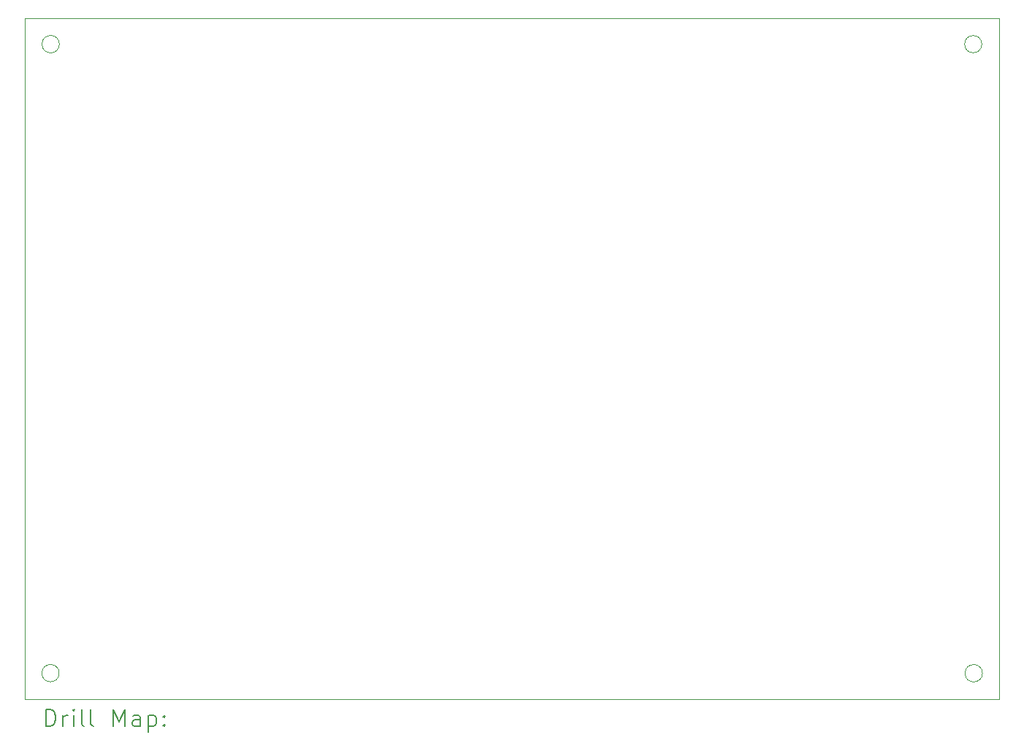
<source format=gbr>
%TF.GenerationSoftware,KiCad,Pcbnew,7.0.2*%
%TF.CreationDate,2023-05-18T09:17:58-03:00*%
%TF.ProjectId,placaSensIC075,706c6163-6153-4656-9e73-49433037352e,rev?*%
%TF.SameCoordinates,Original*%
%TF.FileFunction,Drillmap*%
%TF.FilePolarity,Positive*%
%FSLAX45Y45*%
G04 Gerber Fmt 4.5, Leading zero omitted, Abs format (unit mm)*
G04 Created by KiCad (PCBNEW 7.0.2) date 2023-05-18 09:17:58*
%MOMM*%
%LPD*%
G01*
G04 APERTURE LIST*
%ADD10C,0.100000*%
%ADD11C,0.200000*%
G04 APERTURE END LIST*
D10*
X19634663Y-12563000D02*
G75*
G03*
X19634663Y-12563000I-100663J0D01*
G01*
X8534400Y-4964700D02*
X19828000Y-4964700D01*
X19828000Y-12863300D01*
X8534400Y-12863300D01*
X8534400Y-4964700D01*
X8932344Y-12562000D02*
G75*
G03*
X8932344Y-12562000I-100344J0D01*
G01*
X19628000Y-5265000D02*
G75*
G03*
X19628000Y-5265000I-100000J0D01*
G01*
X8934499Y-5265000D02*
G75*
G03*
X8934499Y-5265000I-100499J0D01*
G01*
D11*
X8777019Y-13180824D02*
X8777019Y-12980824D01*
X8777019Y-12980824D02*
X8824638Y-12980824D01*
X8824638Y-12980824D02*
X8853210Y-12990348D01*
X8853210Y-12990348D02*
X8872257Y-13009395D01*
X8872257Y-13009395D02*
X8881781Y-13028443D01*
X8881781Y-13028443D02*
X8891305Y-13066538D01*
X8891305Y-13066538D02*
X8891305Y-13095109D01*
X8891305Y-13095109D02*
X8881781Y-13133205D01*
X8881781Y-13133205D02*
X8872257Y-13152252D01*
X8872257Y-13152252D02*
X8853210Y-13171300D01*
X8853210Y-13171300D02*
X8824638Y-13180824D01*
X8824638Y-13180824D02*
X8777019Y-13180824D01*
X8977019Y-13180824D02*
X8977019Y-13047490D01*
X8977019Y-13085586D02*
X8986543Y-13066538D01*
X8986543Y-13066538D02*
X8996067Y-13057014D01*
X8996067Y-13057014D02*
X9015114Y-13047490D01*
X9015114Y-13047490D02*
X9034162Y-13047490D01*
X9100829Y-13180824D02*
X9100829Y-13047490D01*
X9100829Y-12980824D02*
X9091305Y-12990348D01*
X9091305Y-12990348D02*
X9100829Y-12999871D01*
X9100829Y-12999871D02*
X9110352Y-12990348D01*
X9110352Y-12990348D02*
X9100829Y-12980824D01*
X9100829Y-12980824D02*
X9100829Y-12999871D01*
X9224638Y-13180824D02*
X9205590Y-13171300D01*
X9205590Y-13171300D02*
X9196067Y-13152252D01*
X9196067Y-13152252D02*
X9196067Y-12980824D01*
X9329400Y-13180824D02*
X9310352Y-13171300D01*
X9310352Y-13171300D02*
X9300829Y-13152252D01*
X9300829Y-13152252D02*
X9300829Y-12980824D01*
X9557971Y-13180824D02*
X9557971Y-12980824D01*
X9557971Y-12980824D02*
X9624638Y-13123681D01*
X9624638Y-13123681D02*
X9691305Y-12980824D01*
X9691305Y-12980824D02*
X9691305Y-13180824D01*
X9872257Y-13180824D02*
X9872257Y-13076062D01*
X9872257Y-13076062D02*
X9862733Y-13057014D01*
X9862733Y-13057014D02*
X9843686Y-13047490D01*
X9843686Y-13047490D02*
X9805590Y-13047490D01*
X9805590Y-13047490D02*
X9786543Y-13057014D01*
X9872257Y-13171300D02*
X9853210Y-13180824D01*
X9853210Y-13180824D02*
X9805590Y-13180824D01*
X9805590Y-13180824D02*
X9786543Y-13171300D01*
X9786543Y-13171300D02*
X9777019Y-13152252D01*
X9777019Y-13152252D02*
X9777019Y-13133205D01*
X9777019Y-13133205D02*
X9786543Y-13114157D01*
X9786543Y-13114157D02*
X9805590Y-13104633D01*
X9805590Y-13104633D02*
X9853210Y-13104633D01*
X9853210Y-13104633D02*
X9872257Y-13095109D01*
X9967495Y-13047490D02*
X9967495Y-13247490D01*
X9967495Y-13057014D02*
X9986543Y-13047490D01*
X9986543Y-13047490D02*
X10024638Y-13047490D01*
X10024638Y-13047490D02*
X10043686Y-13057014D01*
X10043686Y-13057014D02*
X10053210Y-13066538D01*
X10053210Y-13066538D02*
X10062733Y-13085586D01*
X10062733Y-13085586D02*
X10062733Y-13142728D01*
X10062733Y-13142728D02*
X10053210Y-13161776D01*
X10053210Y-13161776D02*
X10043686Y-13171300D01*
X10043686Y-13171300D02*
X10024638Y-13180824D01*
X10024638Y-13180824D02*
X9986543Y-13180824D01*
X9986543Y-13180824D02*
X9967495Y-13171300D01*
X10148448Y-13161776D02*
X10157971Y-13171300D01*
X10157971Y-13171300D02*
X10148448Y-13180824D01*
X10148448Y-13180824D02*
X10138924Y-13171300D01*
X10138924Y-13171300D02*
X10148448Y-13161776D01*
X10148448Y-13161776D02*
X10148448Y-13180824D01*
X10148448Y-13057014D02*
X10157971Y-13066538D01*
X10157971Y-13066538D02*
X10148448Y-13076062D01*
X10148448Y-13076062D02*
X10138924Y-13066538D01*
X10138924Y-13066538D02*
X10148448Y-13057014D01*
X10148448Y-13057014D02*
X10148448Y-13076062D01*
M02*

</source>
